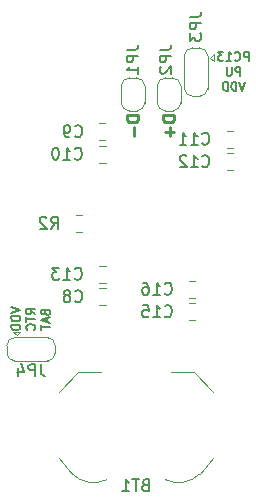
<source format=gbr>
G04 #@! TF.GenerationSoftware,KiCad,Pcbnew,5.1.4*
G04 #@! TF.CreationDate,2019-11-03T23:23:53+01:00*
G04 #@! TF.ProjectId,stm32XxxxCx_board,73746d33-3258-4787-9878-43785f626f61,rev?*
G04 #@! TF.SameCoordinates,Original*
G04 #@! TF.FileFunction,Legend,Bot*
G04 #@! TF.FilePolarity,Positive*
%FSLAX46Y46*%
G04 Gerber Fmt 4.6, Leading zero omitted, Abs format (unit mm)*
G04 Created by KiCad (PCBNEW 5.1.4) date 2019-11-03 23:23:53*
%MOMM*%
%LPD*%
G04 APERTURE LIST*
%ADD10C,0.187500*%
%ADD11C,0.250000*%
%ADD12C,0.100000*%
%ADD13C,0.120000*%
%ADD14C,0.150000*%
G04 APERTURE END LIST*
D10*
X143456428Y-93426428D02*
X143492142Y-93533571D01*
X143527857Y-93569285D01*
X143599285Y-93605000D01*
X143706428Y-93605000D01*
X143777857Y-93569285D01*
X143813571Y-93533571D01*
X143849285Y-93462142D01*
X143849285Y-93176428D01*
X143099285Y-93176428D01*
X143099285Y-93426428D01*
X143135000Y-93497857D01*
X143170714Y-93533571D01*
X143242142Y-93569285D01*
X143313571Y-93569285D01*
X143385000Y-93533571D01*
X143420714Y-93497857D01*
X143456428Y-93426428D01*
X143456428Y-93176428D01*
X143635000Y-93890714D02*
X143635000Y-94247857D01*
X143849285Y-93819285D02*
X143099285Y-94069285D01*
X143849285Y-94319285D01*
X143099285Y-94462142D02*
X143099285Y-94890714D01*
X143849285Y-94676428D02*
X143099285Y-94676428D01*
X140559285Y-92980000D02*
X141309285Y-93230000D01*
X140559285Y-93480000D01*
X141309285Y-93730000D02*
X140559285Y-93730000D01*
X140559285Y-93908571D01*
X140595000Y-94015714D01*
X140666428Y-94087142D01*
X140737857Y-94122857D01*
X140880714Y-94158571D01*
X140987857Y-94158571D01*
X141130714Y-94122857D01*
X141202142Y-94087142D01*
X141273571Y-94015714D01*
X141309285Y-93908571D01*
X141309285Y-93730000D01*
X141309285Y-94480000D02*
X140559285Y-94480000D01*
X140559285Y-94658571D01*
X140595000Y-94765714D01*
X140666428Y-94837142D01*
X140737857Y-94872857D01*
X140880714Y-94908571D01*
X140987857Y-94908571D01*
X141130714Y-94872857D01*
X141202142Y-94837142D01*
X141273571Y-94765714D01*
X141309285Y-94658571D01*
X141309285Y-94480000D01*
X142579285Y-93551428D02*
X142222142Y-93301428D01*
X142579285Y-93122857D02*
X141829285Y-93122857D01*
X141829285Y-93408571D01*
X141865000Y-93480000D01*
X141900714Y-93515714D01*
X141972142Y-93551428D01*
X142079285Y-93551428D01*
X142150714Y-93515714D01*
X142186428Y-93480000D01*
X142222142Y-93408571D01*
X142222142Y-93122857D01*
X141829285Y-93765714D02*
X141829285Y-94194285D01*
X142579285Y-93980000D02*
X141829285Y-93980000D01*
X142507857Y-94872857D02*
X142543571Y-94837142D01*
X142579285Y-94730000D01*
X142579285Y-94658571D01*
X142543571Y-94551428D01*
X142472142Y-94480000D01*
X142400714Y-94444285D01*
X142257857Y-94408571D01*
X142150714Y-94408571D01*
X142007857Y-94444285D01*
X141936428Y-94480000D01*
X141865000Y-94551428D01*
X141829285Y-94658571D01*
X141829285Y-94730000D01*
X141865000Y-94837142D01*
X141900714Y-94872857D01*
X159974285Y-73364285D02*
X159974285Y-72614285D01*
X159688571Y-72614285D01*
X159617142Y-72650000D01*
X159581428Y-72685714D01*
X159545714Y-72757142D01*
X159545714Y-72864285D01*
X159581428Y-72935714D01*
X159617142Y-72971428D01*
X159688571Y-73007142D01*
X159974285Y-73007142D01*
X159224285Y-72614285D02*
X159224285Y-73221428D01*
X159188571Y-73292857D01*
X159152857Y-73328571D01*
X159081428Y-73364285D01*
X158938571Y-73364285D01*
X158867142Y-73328571D01*
X158831428Y-73292857D01*
X158795714Y-73221428D01*
X158795714Y-72614285D01*
X160385000Y-73884285D02*
X160135000Y-74634285D01*
X159885000Y-73884285D01*
X159635000Y-74634285D02*
X159635000Y-73884285D01*
X159456428Y-73884285D01*
X159349285Y-73920000D01*
X159277857Y-73991428D01*
X159242142Y-74062857D01*
X159206428Y-74205714D01*
X159206428Y-74312857D01*
X159242142Y-74455714D01*
X159277857Y-74527142D01*
X159349285Y-74598571D01*
X159456428Y-74634285D01*
X159635000Y-74634285D01*
X158885000Y-74634285D02*
X158885000Y-73884285D01*
X158706428Y-73884285D01*
X158599285Y-73920000D01*
X158527857Y-73991428D01*
X158492142Y-74062857D01*
X158456428Y-74205714D01*
X158456428Y-74312857D01*
X158492142Y-74455714D01*
X158527857Y-74527142D01*
X158599285Y-74598571D01*
X158706428Y-74634285D01*
X158885000Y-74634285D01*
X160670714Y-72094285D02*
X160670714Y-71344285D01*
X160385000Y-71344285D01*
X160313571Y-71380000D01*
X160277857Y-71415714D01*
X160242142Y-71487142D01*
X160242142Y-71594285D01*
X160277857Y-71665714D01*
X160313571Y-71701428D01*
X160385000Y-71737142D01*
X160670714Y-71737142D01*
X159492142Y-72022857D02*
X159527857Y-72058571D01*
X159635000Y-72094285D01*
X159706428Y-72094285D01*
X159813571Y-72058571D01*
X159885000Y-71987142D01*
X159920714Y-71915714D01*
X159956428Y-71772857D01*
X159956428Y-71665714D01*
X159920714Y-71522857D01*
X159885000Y-71451428D01*
X159813571Y-71380000D01*
X159706428Y-71344285D01*
X159635000Y-71344285D01*
X159527857Y-71380000D01*
X159492142Y-71415714D01*
X158777857Y-72094285D02*
X159206428Y-72094285D01*
X158992142Y-72094285D02*
X158992142Y-71344285D01*
X159063571Y-71451428D01*
X159135000Y-71522857D01*
X159206428Y-71558571D01*
X158527857Y-71344285D02*
X158063571Y-71344285D01*
X158313571Y-71630000D01*
X158206428Y-71630000D01*
X158135000Y-71665714D01*
X158099285Y-71701428D01*
X158063571Y-71772857D01*
X158063571Y-71951428D01*
X158099285Y-72022857D01*
X158135000Y-72058571D01*
X158206428Y-72094285D01*
X158420714Y-72094285D01*
X158492142Y-72058571D01*
X158527857Y-72022857D01*
D11*
X154376380Y-76716047D02*
X153376380Y-76716047D01*
X153376380Y-76954142D01*
X153424000Y-77097000D01*
X153519238Y-77192238D01*
X153614476Y-77239857D01*
X153804952Y-77287476D01*
X153947809Y-77287476D01*
X154138285Y-77239857D01*
X154233523Y-77192238D01*
X154328761Y-77097000D01*
X154376380Y-76954142D01*
X154376380Y-76716047D01*
X153995428Y-77716047D02*
X153995428Y-78477952D01*
X154376380Y-78097000D02*
X153614476Y-78097000D01*
X151328380Y-76716047D02*
X150328380Y-76716047D01*
X150328380Y-76954142D01*
X150376000Y-77097000D01*
X150471238Y-77192238D01*
X150566476Y-77239857D01*
X150756952Y-77287476D01*
X150899809Y-77287476D01*
X151090285Y-77239857D01*
X151185523Y-77192238D01*
X151280761Y-77097000D01*
X151328380Y-76954142D01*
X151328380Y-76716047D01*
X150947428Y-77716047D02*
X150947428Y-78477952D01*
D12*
X144580000Y-105720000D02*
X145730000Y-107070000D01*
X157680000Y-105720000D02*
X156530000Y-107070000D01*
X156030000Y-98470000D02*
X154130000Y-98470000D01*
X146230000Y-98470000D02*
X148130000Y-98470000D01*
X146230000Y-98470000D02*
X144580000Y-100120000D01*
X157680000Y-100120000D02*
X156030000Y-98470000D01*
X148628306Y-107566458D02*
G75*
G02X145730000Y-107070000I-1098306J2296458D01*
G01*
X153634098Y-107567607D02*
G75*
G03X156530000Y-107070000I1095902J2297607D01*
G01*
D13*
X155618922Y-92635000D02*
X156136078Y-92635000D01*
X155618922Y-94055000D02*
X156136078Y-94055000D01*
X155618922Y-92150000D02*
X156136078Y-92150000D01*
X155618922Y-90730000D02*
X156136078Y-90730000D01*
X158793922Y-79450000D02*
X159311078Y-79450000D01*
X158793922Y-78030000D02*
X159311078Y-78030000D01*
X158823922Y-79935000D02*
X159341078Y-79935000D01*
X158823922Y-81355000D02*
X159341078Y-81355000D01*
X148546078Y-89460000D02*
X148028922Y-89460000D01*
X148546078Y-90880000D02*
X148028922Y-90880000D01*
X148546078Y-91365000D02*
X148028922Y-91365000D01*
X148546078Y-92785000D02*
X148028922Y-92785000D01*
X148516078Y-78815000D02*
X147998922Y-78815000D01*
X148516078Y-77395000D02*
X147998922Y-77395000D01*
X148546078Y-79300000D02*
X148028922Y-79300000D01*
X148546078Y-80720000D02*
X148028922Y-80720000D01*
X146045422Y-86562000D02*
X146562578Y-86562000D01*
X146045422Y-85142000D02*
X146562578Y-85142000D01*
X141040000Y-95320000D02*
X141340000Y-95020000D01*
X140740000Y-95020000D02*
X141340000Y-95020000D01*
X141040000Y-95320000D02*
X140740000Y-95020000D01*
X140190000Y-96220000D02*
X140190000Y-96820000D01*
X143640000Y-95520000D02*
X140840000Y-95520000D01*
X144290000Y-96820000D02*
X144290000Y-96220000D01*
X140840000Y-97520000D02*
X143640000Y-97520000D01*
X143590000Y-97520000D02*
G75*
G03X144290000Y-96820000I0J700000D01*
G01*
X144290000Y-96220000D02*
G75*
G03X143590000Y-95520000I-700000J0D01*
G01*
X140890000Y-95520000D02*
G75*
G03X140190000Y-96220000I0J-700000D01*
G01*
X140190000Y-96820000D02*
G75*
G03X140890000Y-97520000I700000J0D01*
G01*
X149876000Y-74245000D02*
X149876000Y-75645000D01*
X150576000Y-76345000D02*
X151176000Y-76345000D01*
X151876000Y-75645000D02*
X151876000Y-74245000D01*
X151176000Y-73545000D02*
X150576000Y-73545000D01*
X150576000Y-73545000D02*
G75*
G03X149876000Y-74245000I0J-700000D01*
G01*
X151876000Y-74245000D02*
G75*
G03X151176000Y-73545000I-700000J0D01*
G01*
X151176000Y-76345000D02*
G75*
G03X151876000Y-75645000I0J700000D01*
G01*
X149876000Y-75645000D02*
G75*
G03X150576000Y-76345000I700000J0D01*
G01*
X152924000Y-75645000D02*
G75*
G03X153624000Y-76345000I700000J0D01*
G01*
X154224000Y-76345000D02*
G75*
G03X154924000Y-75645000I0J700000D01*
G01*
X154924000Y-74245000D02*
G75*
G03X154224000Y-73545000I-700000J0D01*
G01*
X153624000Y-73545000D02*
G75*
G03X152924000Y-74245000I0J-700000D01*
G01*
X154224000Y-73545000D02*
X153624000Y-73545000D01*
X154924000Y-75645000D02*
X154924000Y-74245000D01*
X153624000Y-76345000D02*
X154224000Y-76345000D01*
X152924000Y-74245000D02*
X152924000Y-75645000D01*
X157410000Y-71855000D02*
X157710000Y-72155000D01*
X157710000Y-71555000D02*
X157710000Y-72155000D01*
X157410000Y-71855000D02*
X157710000Y-71555000D01*
X156510000Y-71005000D02*
X155910000Y-71005000D01*
X157210000Y-74455000D02*
X157210000Y-71655000D01*
X155910000Y-75105000D02*
X156510000Y-75105000D01*
X155210000Y-71655000D02*
X155210000Y-74455000D01*
X155210000Y-74405000D02*
G75*
G03X155910000Y-75105000I700000J0D01*
G01*
X156510000Y-75105000D02*
G75*
G03X157210000Y-74405000I0J700000D01*
G01*
X157210000Y-71705000D02*
G75*
G03X156510000Y-71005000I-700000J0D01*
G01*
X155910000Y-71005000D02*
G75*
G03X155210000Y-71705000I0J-700000D01*
G01*
D14*
X151915714Y-108005571D02*
X151772857Y-108053190D01*
X151725238Y-108100809D01*
X151677619Y-108196047D01*
X151677619Y-108338904D01*
X151725238Y-108434142D01*
X151772857Y-108481761D01*
X151868095Y-108529380D01*
X152249047Y-108529380D01*
X152249047Y-107529380D01*
X151915714Y-107529380D01*
X151820476Y-107577000D01*
X151772857Y-107624619D01*
X151725238Y-107719857D01*
X151725238Y-107815095D01*
X151772857Y-107910333D01*
X151820476Y-107957952D01*
X151915714Y-108005571D01*
X152249047Y-108005571D01*
X151391904Y-107529380D02*
X150820476Y-107529380D01*
X151106190Y-108529380D02*
X151106190Y-107529380D01*
X149963333Y-108529380D02*
X150534761Y-108529380D01*
X150249047Y-108529380D02*
X150249047Y-107529380D01*
X150344285Y-107672238D01*
X150439523Y-107767476D01*
X150534761Y-107815095D01*
X153550857Y-93702142D02*
X153598476Y-93749761D01*
X153741333Y-93797380D01*
X153836571Y-93797380D01*
X153979428Y-93749761D01*
X154074666Y-93654523D01*
X154122285Y-93559285D01*
X154169904Y-93368809D01*
X154169904Y-93225952D01*
X154122285Y-93035476D01*
X154074666Y-92940238D01*
X153979428Y-92845000D01*
X153836571Y-92797380D01*
X153741333Y-92797380D01*
X153598476Y-92845000D01*
X153550857Y-92892619D01*
X152598476Y-93797380D02*
X153169904Y-93797380D01*
X152884190Y-93797380D02*
X152884190Y-92797380D01*
X152979428Y-92940238D01*
X153074666Y-93035476D01*
X153169904Y-93083095D01*
X151693714Y-92797380D02*
X152169904Y-92797380D01*
X152217523Y-93273571D01*
X152169904Y-93225952D01*
X152074666Y-93178333D01*
X151836571Y-93178333D01*
X151741333Y-93225952D01*
X151693714Y-93273571D01*
X151646095Y-93368809D01*
X151646095Y-93606904D01*
X151693714Y-93702142D01*
X151741333Y-93749761D01*
X151836571Y-93797380D01*
X152074666Y-93797380D01*
X152169904Y-93749761D01*
X152217523Y-93702142D01*
X153550857Y-91797142D02*
X153598476Y-91844761D01*
X153741333Y-91892380D01*
X153836571Y-91892380D01*
X153979428Y-91844761D01*
X154074666Y-91749523D01*
X154122285Y-91654285D01*
X154169904Y-91463809D01*
X154169904Y-91320952D01*
X154122285Y-91130476D01*
X154074666Y-91035238D01*
X153979428Y-90940000D01*
X153836571Y-90892380D01*
X153741333Y-90892380D01*
X153598476Y-90940000D01*
X153550857Y-90987619D01*
X152598476Y-91892380D02*
X153169904Y-91892380D01*
X152884190Y-91892380D02*
X152884190Y-90892380D01*
X152979428Y-91035238D01*
X153074666Y-91130476D01*
X153169904Y-91178095D01*
X151741333Y-90892380D02*
X151931809Y-90892380D01*
X152027047Y-90940000D01*
X152074666Y-90987619D01*
X152169904Y-91130476D01*
X152217523Y-91320952D01*
X152217523Y-91701904D01*
X152169904Y-91797142D01*
X152122285Y-91844761D01*
X152027047Y-91892380D01*
X151836571Y-91892380D01*
X151741333Y-91844761D01*
X151693714Y-91797142D01*
X151646095Y-91701904D01*
X151646095Y-91463809D01*
X151693714Y-91368571D01*
X151741333Y-91320952D01*
X151836571Y-91273333D01*
X152027047Y-91273333D01*
X152122285Y-91320952D01*
X152169904Y-91368571D01*
X152217523Y-91463809D01*
X156725857Y-79097142D02*
X156773476Y-79144761D01*
X156916333Y-79192380D01*
X157011571Y-79192380D01*
X157154428Y-79144761D01*
X157249666Y-79049523D01*
X157297285Y-78954285D01*
X157344904Y-78763809D01*
X157344904Y-78620952D01*
X157297285Y-78430476D01*
X157249666Y-78335238D01*
X157154428Y-78240000D01*
X157011571Y-78192380D01*
X156916333Y-78192380D01*
X156773476Y-78240000D01*
X156725857Y-78287619D01*
X155773476Y-79192380D02*
X156344904Y-79192380D01*
X156059190Y-79192380D02*
X156059190Y-78192380D01*
X156154428Y-78335238D01*
X156249666Y-78430476D01*
X156344904Y-78478095D01*
X154821095Y-79192380D02*
X155392523Y-79192380D01*
X155106809Y-79192380D02*
X155106809Y-78192380D01*
X155202047Y-78335238D01*
X155297285Y-78430476D01*
X155392523Y-78478095D01*
X156725857Y-81002142D02*
X156773476Y-81049761D01*
X156916333Y-81097380D01*
X157011571Y-81097380D01*
X157154428Y-81049761D01*
X157249666Y-80954523D01*
X157297285Y-80859285D01*
X157344904Y-80668809D01*
X157344904Y-80525952D01*
X157297285Y-80335476D01*
X157249666Y-80240238D01*
X157154428Y-80145000D01*
X157011571Y-80097380D01*
X156916333Y-80097380D01*
X156773476Y-80145000D01*
X156725857Y-80192619D01*
X155773476Y-81097380D02*
X156344904Y-81097380D01*
X156059190Y-81097380D02*
X156059190Y-80097380D01*
X156154428Y-80240238D01*
X156249666Y-80335476D01*
X156344904Y-80383095D01*
X155392523Y-80192619D02*
X155344904Y-80145000D01*
X155249666Y-80097380D01*
X155011571Y-80097380D01*
X154916333Y-80145000D01*
X154868714Y-80192619D01*
X154821095Y-80287857D01*
X154821095Y-80383095D01*
X154868714Y-80525952D01*
X155440142Y-81097380D01*
X154821095Y-81097380D01*
X145930857Y-90527142D02*
X145978476Y-90574761D01*
X146121333Y-90622380D01*
X146216571Y-90622380D01*
X146359428Y-90574761D01*
X146454666Y-90479523D01*
X146502285Y-90384285D01*
X146549904Y-90193809D01*
X146549904Y-90050952D01*
X146502285Y-89860476D01*
X146454666Y-89765238D01*
X146359428Y-89670000D01*
X146216571Y-89622380D01*
X146121333Y-89622380D01*
X145978476Y-89670000D01*
X145930857Y-89717619D01*
X144978476Y-90622380D02*
X145549904Y-90622380D01*
X145264190Y-90622380D02*
X145264190Y-89622380D01*
X145359428Y-89765238D01*
X145454666Y-89860476D01*
X145549904Y-89908095D01*
X144645142Y-89622380D02*
X144026095Y-89622380D01*
X144359428Y-90003333D01*
X144216571Y-90003333D01*
X144121333Y-90050952D01*
X144073714Y-90098571D01*
X144026095Y-90193809D01*
X144026095Y-90431904D01*
X144073714Y-90527142D01*
X144121333Y-90574761D01*
X144216571Y-90622380D01*
X144502285Y-90622380D01*
X144597523Y-90574761D01*
X144645142Y-90527142D01*
X145962666Y-92432142D02*
X146010285Y-92479761D01*
X146153142Y-92527380D01*
X146248380Y-92527380D01*
X146391238Y-92479761D01*
X146486476Y-92384523D01*
X146534095Y-92289285D01*
X146581714Y-92098809D01*
X146581714Y-91955952D01*
X146534095Y-91765476D01*
X146486476Y-91670238D01*
X146391238Y-91575000D01*
X146248380Y-91527380D01*
X146153142Y-91527380D01*
X146010285Y-91575000D01*
X145962666Y-91622619D01*
X145391238Y-91955952D02*
X145486476Y-91908333D01*
X145534095Y-91860714D01*
X145581714Y-91765476D01*
X145581714Y-91717857D01*
X145534095Y-91622619D01*
X145486476Y-91575000D01*
X145391238Y-91527380D01*
X145200761Y-91527380D01*
X145105523Y-91575000D01*
X145057904Y-91622619D01*
X145010285Y-91717857D01*
X145010285Y-91765476D01*
X145057904Y-91860714D01*
X145105523Y-91908333D01*
X145200761Y-91955952D01*
X145391238Y-91955952D01*
X145486476Y-92003571D01*
X145534095Y-92051190D01*
X145581714Y-92146428D01*
X145581714Y-92336904D01*
X145534095Y-92432142D01*
X145486476Y-92479761D01*
X145391238Y-92527380D01*
X145200761Y-92527380D01*
X145105523Y-92479761D01*
X145057904Y-92432142D01*
X145010285Y-92336904D01*
X145010285Y-92146428D01*
X145057904Y-92051190D01*
X145105523Y-92003571D01*
X145200761Y-91955952D01*
X145962666Y-78462142D02*
X146010285Y-78509761D01*
X146153142Y-78557380D01*
X146248380Y-78557380D01*
X146391238Y-78509761D01*
X146486476Y-78414523D01*
X146534095Y-78319285D01*
X146581714Y-78128809D01*
X146581714Y-77985952D01*
X146534095Y-77795476D01*
X146486476Y-77700238D01*
X146391238Y-77605000D01*
X146248380Y-77557380D01*
X146153142Y-77557380D01*
X146010285Y-77605000D01*
X145962666Y-77652619D01*
X145486476Y-78557380D02*
X145296000Y-78557380D01*
X145200761Y-78509761D01*
X145153142Y-78462142D01*
X145057904Y-78319285D01*
X145010285Y-78128809D01*
X145010285Y-77747857D01*
X145057904Y-77652619D01*
X145105523Y-77605000D01*
X145200761Y-77557380D01*
X145391238Y-77557380D01*
X145486476Y-77605000D01*
X145534095Y-77652619D01*
X145581714Y-77747857D01*
X145581714Y-77985952D01*
X145534095Y-78081190D01*
X145486476Y-78128809D01*
X145391238Y-78176428D01*
X145200761Y-78176428D01*
X145105523Y-78128809D01*
X145057904Y-78081190D01*
X145010285Y-77985952D01*
X145930857Y-80367142D02*
X145978476Y-80414761D01*
X146121333Y-80462380D01*
X146216571Y-80462380D01*
X146359428Y-80414761D01*
X146454666Y-80319523D01*
X146502285Y-80224285D01*
X146549904Y-80033809D01*
X146549904Y-79890952D01*
X146502285Y-79700476D01*
X146454666Y-79605238D01*
X146359428Y-79510000D01*
X146216571Y-79462380D01*
X146121333Y-79462380D01*
X145978476Y-79510000D01*
X145930857Y-79557619D01*
X144978476Y-80462380D02*
X145549904Y-80462380D01*
X145264190Y-80462380D02*
X145264190Y-79462380D01*
X145359428Y-79605238D01*
X145454666Y-79700476D01*
X145549904Y-79748095D01*
X144359428Y-79462380D02*
X144264190Y-79462380D01*
X144168952Y-79510000D01*
X144121333Y-79557619D01*
X144073714Y-79652857D01*
X144026095Y-79843333D01*
X144026095Y-80081428D01*
X144073714Y-80271904D01*
X144121333Y-80367142D01*
X144168952Y-80414761D01*
X144264190Y-80462380D01*
X144359428Y-80462380D01*
X144454666Y-80414761D01*
X144502285Y-80367142D01*
X144549904Y-80271904D01*
X144597523Y-80081428D01*
X144597523Y-79843333D01*
X144549904Y-79652857D01*
X144502285Y-79557619D01*
X144454666Y-79510000D01*
X144359428Y-79462380D01*
X143930666Y-86304380D02*
X144264000Y-85828190D01*
X144502095Y-86304380D02*
X144502095Y-85304380D01*
X144121142Y-85304380D01*
X144025904Y-85352000D01*
X143978285Y-85399619D01*
X143930666Y-85494857D01*
X143930666Y-85637714D01*
X143978285Y-85732952D01*
X144025904Y-85780571D01*
X144121142Y-85828190D01*
X144502095Y-85828190D01*
X143549714Y-85399619D02*
X143502095Y-85352000D01*
X143406857Y-85304380D01*
X143168761Y-85304380D01*
X143073523Y-85352000D01*
X143025904Y-85399619D01*
X142978285Y-85494857D01*
X142978285Y-85590095D01*
X143025904Y-85732952D01*
X143597333Y-86304380D01*
X142978285Y-86304380D01*
X143073333Y-97772380D02*
X143073333Y-98486666D01*
X143120952Y-98629523D01*
X143216190Y-98724761D01*
X143359047Y-98772380D01*
X143454285Y-98772380D01*
X142597142Y-98772380D02*
X142597142Y-97772380D01*
X142216190Y-97772380D01*
X142120952Y-97820000D01*
X142073333Y-97867619D01*
X142025714Y-97962857D01*
X142025714Y-98105714D01*
X142073333Y-98200952D01*
X142120952Y-98248571D01*
X142216190Y-98296190D01*
X142597142Y-98296190D01*
X141168571Y-98105714D02*
X141168571Y-98772380D01*
X141406666Y-97724761D02*
X141644761Y-98439047D01*
X141025714Y-98439047D01*
X150328380Y-71175666D02*
X151042666Y-71175666D01*
X151185523Y-71128047D01*
X151280761Y-71032809D01*
X151328380Y-70889952D01*
X151328380Y-70794714D01*
X151328380Y-71651857D02*
X150328380Y-71651857D01*
X150328380Y-72032809D01*
X150376000Y-72128047D01*
X150423619Y-72175666D01*
X150518857Y-72223285D01*
X150661714Y-72223285D01*
X150756952Y-72175666D01*
X150804571Y-72128047D01*
X150852190Y-72032809D01*
X150852190Y-71651857D01*
X151328380Y-73175666D02*
X151328380Y-72604238D01*
X151328380Y-72889952D02*
X150328380Y-72889952D01*
X150471238Y-72794714D01*
X150566476Y-72699476D01*
X150614095Y-72604238D01*
X153122380Y-71175666D02*
X153836666Y-71175666D01*
X153979523Y-71128047D01*
X154074761Y-71032809D01*
X154122380Y-70889952D01*
X154122380Y-70794714D01*
X154122380Y-71651857D02*
X153122380Y-71651857D01*
X153122380Y-72032809D01*
X153170000Y-72128047D01*
X153217619Y-72175666D01*
X153312857Y-72223285D01*
X153455714Y-72223285D01*
X153550952Y-72175666D01*
X153598571Y-72128047D01*
X153646190Y-72032809D01*
X153646190Y-71651857D01*
X153217619Y-72604238D02*
X153170000Y-72651857D01*
X153122380Y-72747095D01*
X153122380Y-72985190D01*
X153170000Y-73080428D01*
X153217619Y-73128047D01*
X153312857Y-73175666D01*
X153408095Y-73175666D01*
X153550952Y-73128047D01*
X154122380Y-72556619D01*
X154122380Y-73175666D01*
X155662380Y-68381666D02*
X156376666Y-68381666D01*
X156519523Y-68334047D01*
X156614761Y-68238809D01*
X156662380Y-68095952D01*
X156662380Y-68000714D01*
X156662380Y-68857857D02*
X155662380Y-68857857D01*
X155662380Y-69238809D01*
X155710000Y-69334047D01*
X155757619Y-69381666D01*
X155852857Y-69429285D01*
X155995714Y-69429285D01*
X156090952Y-69381666D01*
X156138571Y-69334047D01*
X156186190Y-69238809D01*
X156186190Y-68857857D01*
X155662380Y-69762619D02*
X155662380Y-70381666D01*
X156043333Y-70048333D01*
X156043333Y-70191190D01*
X156090952Y-70286428D01*
X156138571Y-70334047D01*
X156233809Y-70381666D01*
X156471904Y-70381666D01*
X156567142Y-70334047D01*
X156614761Y-70286428D01*
X156662380Y-70191190D01*
X156662380Y-69905476D01*
X156614761Y-69810238D01*
X156567142Y-69762619D01*
M02*

</source>
